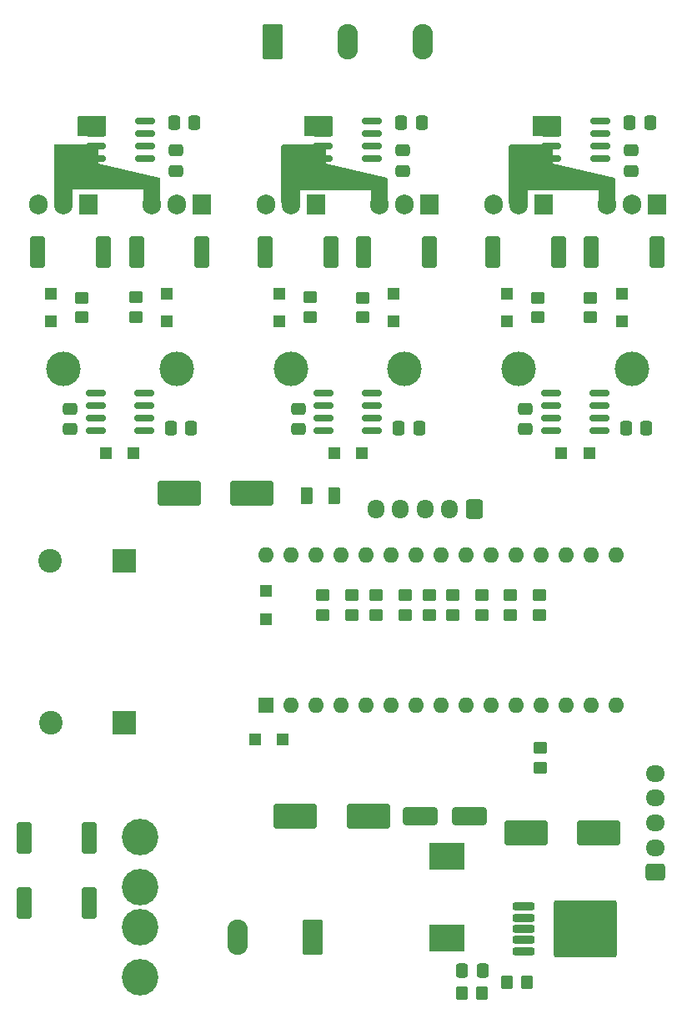
<source format=gbr>
%TF.GenerationSoftware,KiCad,Pcbnew,9.0.0*%
%TF.CreationDate,2025-04-14T04:31:53+03:00*%
%TF.ProjectId,Inverter,496e7665-7274-4657-922e-6b696361645f,rev?*%
%TF.SameCoordinates,Original*%
%TF.FileFunction,Soldermask,Top*%
%TF.FilePolarity,Negative*%
%FSLAX46Y46*%
G04 Gerber Fmt 4.6, Leading zero omitted, Abs format (unit mm)*
G04 Created by KiCad (PCBNEW 9.0.0) date 2025-04-14 04:31:53*
%MOMM*%
%LPD*%
G01*
G04 APERTURE LIST*
G04 Aperture macros list*
%AMRoundRect*
0 Rectangle with rounded corners*
0 $1 Rounding radius*
0 $2 $3 $4 $5 $6 $7 $8 $9 X,Y pos of 4 corners*
0 Add a 4 corners polygon primitive as box body*
4,1,4,$2,$3,$4,$5,$6,$7,$8,$9,$2,$3,0*
0 Add four circle primitives for the rounded corners*
1,1,$1+$1,$2,$3*
1,1,$1+$1,$4,$5*
1,1,$1+$1,$6,$7*
1,1,$1+$1,$8,$9*
0 Add four rect primitives between the rounded corners*
20,1,$1+$1,$2,$3,$4,$5,0*
20,1,$1+$1,$4,$5,$6,$7,0*
20,1,$1+$1,$6,$7,$8,$9,0*
20,1,$1+$1,$8,$9,$2,$3,0*%
G04 Aperture macros list end*
%ADD10RoundRect,0.250000X0.600000X0.725000X-0.600000X0.725000X-0.600000X-0.725000X0.600000X-0.725000X0*%
%ADD11O,1.700000X1.950000*%
%ADD12RoundRect,0.154000X-0.616000X1.416000X-0.616000X-1.416000X0.616000X-1.416000X0.616000X1.416000X0*%
%ADD13R,1.200000X1.200000*%
%ADD14RoundRect,0.250000X0.337500X0.475000X-0.337500X0.475000X-0.337500X-0.475000X0.337500X-0.475000X0*%
%ADD15RoundRect,0.250000X0.450000X-0.350000X0.450000X0.350000X-0.450000X0.350000X-0.450000X-0.350000X0*%
%ADD16RoundRect,0.150000X0.825000X0.150000X-0.825000X0.150000X-0.825000X-0.150000X0.825000X-0.150000X0*%
%ADD17R,2.400000X2.400000*%
%ADD18C,2.400000*%
%ADD19RoundRect,0.250000X-0.450000X0.350000X-0.450000X-0.350000X0.450000X-0.350000X0.450000X0.350000X0*%
%ADD20R,3.600000X2.700000*%
%ADD21RoundRect,0.250000X1.950000X1.000000X-1.950000X1.000000X-1.950000X-1.000000X1.950000X-1.000000X0*%
%ADD22C,3.704000*%
%ADD23R,1.600000X1.600000*%
%ADD24O,1.600000X1.600000*%
%ADD25RoundRect,0.250000X-0.337500X-0.475000X0.337500X-0.475000X0.337500X0.475000X-0.337500X0.475000X0*%
%ADD26RoundRect,0.250000X-0.475000X0.337500X-0.475000X-0.337500X0.475000X-0.337500X0.475000X0.337500X0*%
%ADD27RoundRect,0.250000X-0.350000X-0.450000X0.350000X-0.450000X0.350000X0.450000X-0.350000X0.450000X0*%
%ADD28RoundRect,0.200000X-0.900000X-0.200000X0.900000X-0.200000X0.900000X0.200000X-0.900000X0.200000X0*%
%ADD29RoundRect,0.249997X-2.950003X-2.650003X2.950003X-2.650003X2.950003X2.650003X-2.950003X2.650003X0*%
%ADD30RoundRect,0.150000X-0.825000X-0.150000X0.825000X-0.150000X0.825000X0.150000X-0.825000X0.150000X0*%
%ADD31RoundRect,0.250001X-0.799999X-1.549999X0.799999X-1.549999X0.799999X1.549999X-0.799999X1.549999X0*%
%ADD32O,2.100000X3.600000*%
%ADD33RoundRect,0.250000X1.500000X0.650000X-1.500000X0.650000X-1.500000X-0.650000X1.500000X-0.650000X0*%
%ADD34RoundRect,0.250000X-1.950000X-1.000000X1.950000X-1.000000X1.950000X1.000000X-1.950000X1.000000X0*%
%ADD35RoundRect,0.250001X0.799999X1.549999X-0.799999X1.549999X-0.799999X-1.549999X0.799999X-1.549999X0*%
%ADD36RoundRect,0.250000X0.350000X0.450000X-0.350000X0.450000X-0.350000X-0.450000X0.350000X-0.450000X0*%
%ADD37RoundRect,0.250000X0.375000X0.625000X-0.375000X0.625000X-0.375000X-0.625000X0.375000X-0.625000X0*%
%ADD38RoundRect,0.250000X0.725000X-0.600000X0.725000X0.600000X-0.725000X0.600000X-0.725000X-0.600000X0*%
%ADD39O,1.950000X1.700000*%
%ADD40C,3.500000*%
%ADD41R,1.905000X2.000000*%
%ADD42O,1.905000X2.000000*%
G04 APERTURE END LIST*
D10*
%TO.C,J4*%
X152800000Y-90950000D03*
D11*
X150300000Y-90950000D03*
X147800000Y-90950000D03*
X145300000Y-90950000D03*
X142800000Y-90950000D03*
%TD*%
D12*
%TO.C,D5*%
X113700000Y-130925000D03*
X107050000Y-130925000D03*
%TD*%
%TO.C,D4*%
X113700000Y-124350000D03*
X107050000Y-124350000D03*
%TD*%
D13*
%TO.C,D7*%
X138600000Y-85300000D03*
X141400000Y-85300000D03*
%TD*%
D14*
%TO.C,C15*%
X147187500Y-82800000D03*
X145112500Y-82800000D03*
%TD*%
D12*
%TO.C,D17*%
X148225000Y-64900000D03*
X141575000Y-64900000D03*
%TD*%
D15*
%TO.C,R1*%
X137375000Y-101725000D03*
X137375000Y-99725000D03*
%TD*%
D16*
%TO.C,U6*%
X142425000Y-83005000D03*
X142425000Y-81735000D03*
X142425000Y-80465000D03*
X142425000Y-79195000D03*
X137475000Y-79195000D03*
X137475000Y-80465000D03*
X137475000Y-81735000D03*
X137475000Y-83005000D03*
%TD*%
D15*
%TO.C,R9*%
X145775000Y-101725000D03*
X145775000Y-99725000D03*
%TD*%
D17*
%TO.C,C6*%
X117262755Y-112700000D03*
D18*
X109762755Y-112700000D03*
%TD*%
D19*
%TO.C,R12*%
X156450000Y-99725000D03*
X156450000Y-101725000D03*
%TD*%
D20*
%TO.C,L1*%
X149995000Y-134505000D03*
X149995000Y-126205000D03*
%TD*%
D21*
%TO.C,C2*%
X130200000Y-89400000D03*
X122800000Y-89400000D03*
%TD*%
D22*
%TO.C,F2*%
X118875000Y-124275000D03*
X118875000Y-129355000D03*
X118875000Y-133415000D03*
X118875000Y-138495000D03*
%TD*%
D12*
%TO.C,D18*%
X138225000Y-64900000D03*
X131575000Y-64900000D03*
%TD*%
D19*
%TO.C,R17*%
X118400000Y-69525000D03*
X118400000Y-71525000D03*
%TD*%
D13*
%TO.C,D13*%
X121550000Y-71925000D03*
X121550000Y-69125000D03*
%TD*%
D12*
%TO.C,D15*%
X171325000Y-64900000D03*
X164675000Y-64900000D03*
%TD*%
D23*
%TO.C,A1*%
X131600000Y-110860000D03*
D24*
X134140000Y-110860000D03*
X136680000Y-110860000D03*
X139220000Y-110860000D03*
X141760000Y-110860000D03*
X144300000Y-110860000D03*
X146840000Y-110860000D03*
X149380000Y-110860000D03*
X151920000Y-110860000D03*
X154460000Y-110860000D03*
X157000000Y-110860000D03*
X159540000Y-110860000D03*
X162080000Y-110860000D03*
X164620000Y-110860000D03*
X167160000Y-110860000D03*
X167160000Y-95620000D03*
X164620000Y-95620000D03*
X162080000Y-95620000D03*
X159540000Y-95620000D03*
X157000000Y-95620000D03*
X154460000Y-95620000D03*
X151920000Y-95620000D03*
X149380000Y-95620000D03*
X146840000Y-95620000D03*
X144300000Y-95620000D03*
X141760000Y-95620000D03*
X139220000Y-95620000D03*
X136680000Y-95620000D03*
X134140000Y-95620000D03*
X131600000Y-95620000D03*
%TD*%
D19*
%TO.C,R7*%
X140350000Y-99725000D03*
X140350000Y-101725000D03*
%TD*%
D13*
%TO.C,D8*%
X115400000Y-85350000D03*
X118200000Y-85350000D03*
%TD*%
D15*
%TO.C,R2*%
X159400000Y-101725000D03*
X159400000Y-99725000D03*
%TD*%
D13*
%TO.C,D2*%
X131650000Y-99325000D03*
X131650000Y-102125000D03*
%TD*%
D25*
%TO.C,C10*%
X168562500Y-51800000D03*
X170637500Y-51800000D03*
%TD*%
D13*
%TO.C,D11*%
X144550000Y-71950000D03*
X144550000Y-69150000D03*
%TD*%
D26*
%TO.C,C18*%
X111700000Y-80812500D03*
X111700000Y-82887500D03*
%TD*%
D16*
%TO.C,U7*%
X119275000Y-83055000D03*
X119275000Y-81785000D03*
X119275000Y-80515000D03*
X119275000Y-79245000D03*
X114325000Y-79245000D03*
X114325000Y-80515000D03*
X114325000Y-81785000D03*
X114325000Y-83055000D03*
%TD*%
D12*
%TO.C,D20*%
X115125000Y-64900000D03*
X108475000Y-64900000D03*
%TD*%
D27*
%TO.C,R4*%
X151560000Y-140055000D03*
X153560000Y-140055000D03*
%TD*%
D15*
%TO.C,R11*%
X159460000Y-117210000D03*
X159460000Y-115210000D03*
%TD*%
D26*
%TO.C,C7*%
X168700000Y-54612500D03*
X168700000Y-56687500D03*
%TD*%
D14*
%TO.C,C14*%
X124037500Y-82750000D03*
X121962500Y-82750000D03*
%TD*%
D26*
%TO.C,C17*%
X134900000Y-80812500D03*
X134900000Y-82887500D03*
%TD*%
D28*
%TO.C,U1*%
X157770000Y-131300000D03*
X157770000Y-132440000D03*
X157770000Y-133580000D03*
D29*
X164070000Y-133580000D03*
D28*
X157770000Y-134720000D03*
X157770000Y-135860000D03*
%TD*%
D30*
%TO.C,U2*%
X160625000Y-51595000D03*
X160625000Y-52865000D03*
X160625000Y-54135000D03*
X160625000Y-55405000D03*
X165575000Y-55405000D03*
X165575000Y-54135000D03*
X165575000Y-52865000D03*
X165575000Y-51595000D03*
%TD*%
D26*
%TO.C,C9*%
X122500000Y-54612500D03*
X122500000Y-56687500D03*
%TD*%
D25*
%TO.C,C12*%
X122312500Y-51800000D03*
X124387500Y-51800000D03*
%TD*%
D12*
%TO.C,D16*%
X161325000Y-64900000D03*
X154675000Y-64900000D03*
%TD*%
D25*
%TO.C,C11*%
X145362500Y-51800000D03*
X147437500Y-51800000D03*
%TD*%
D13*
%TO.C,D1*%
X130560000Y-114320000D03*
X133360000Y-114320000D03*
%TD*%
D26*
%TO.C,C16*%
X157950000Y-80812500D03*
X157950000Y-82887500D03*
%TD*%
D31*
%TO.C,J5*%
X132305000Y-43600000D03*
D32*
X139925000Y-43600000D03*
X147545000Y-43600000D03*
%TD*%
D15*
%TO.C,R10*%
X150625000Y-101725000D03*
X150625000Y-99725000D03*
%TD*%
%TO.C,R8*%
X142850000Y-101725000D03*
X142850000Y-99725000D03*
%TD*%
D13*
%TO.C,D6*%
X161650000Y-85300000D03*
X164450000Y-85300000D03*
%TD*%
D14*
%TO.C,C13*%
X170287500Y-82750000D03*
X168212500Y-82750000D03*
%TD*%
D19*
%TO.C,R15*%
X141500000Y-69550000D03*
X141500000Y-71550000D03*
%TD*%
D16*
%TO.C,U5*%
X165525000Y-83005000D03*
X165525000Y-81735000D03*
X165525000Y-80465000D03*
X165525000Y-79195000D03*
X160575000Y-79195000D03*
X160575000Y-80465000D03*
X160575000Y-81735000D03*
X160575000Y-83005000D03*
%TD*%
D19*
%TO.C,R13*%
X164600000Y-69550000D03*
X164600000Y-71550000D03*
%TD*%
D30*
%TO.C,U4*%
X114375000Y-51595000D03*
X114375000Y-52865000D03*
X114375000Y-54135000D03*
X114375000Y-55405000D03*
X119325000Y-55405000D03*
X119325000Y-54135000D03*
X119325000Y-52865000D03*
X119325000Y-51595000D03*
%TD*%
D19*
%TO.C,R16*%
X136125000Y-69525000D03*
X136125000Y-71525000D03*
%TD*%
D13*
%TO.C,D14*%
X109800000Y-71950000D03*
X109800000Y-69150000D03*
%TD*%
D12*
%TO.C,D19*%
X125125000Y-64900000D03*
X118475000Y-64900000D03*
%TD*%
D33*
%TO.C,D3*%
X152287500Y-122110000D03*
X147287500Y-122110000D03*
%TD*%
D19*
%TO.C,R14*%
X159275000Y-69550000D03*
X159275000Y-71550000D03*
%TD*%
D34*
%TO.C,C1*%
X158050000Y-123820000D03*
X165450000Y-123820000D03*
%TD*%
D19*
%TO.C,R6*%
X148200000Y-99725000D03*
X148200000Y-101725000D03*
%TD*%
D14*
%TO.C,C3*%
X153622500Y-137830000D03*
X151547500Y-137830000D03*
%TD*%
D26*
%TO.C,C8*%
X145500000Y-54612500D03*
X145500000Y-56687500D03*
%TD*%
D19*
%TO.C,R5*%
X153600000Y-99725000D03*
X153600000Y-101725000D03*
%TD*%
D30*
%TO.C,U3*%
X137425000Y-51595000D03*
X137425000Y-52865000D03*
X137425000Y-54135000D03*
X137425000Y-55405000D03*
X142375000Y-55405000D03*
X142375000Y-54135000D03*
X142375000Y-52865000D03*
X142375000Y-51595000D03*
%TD*%
D13*
%TO.C,D9*%
X167750000Y-71950000D03*
X167750000Y-69150000D03*
%TD*%
%TO.C,D10*%
X156125000Y-71950000D03*
X156125000Y-69150000D03*
%TD*%
D35*
%TO.C,J1*%
X136395000Y-134425000D03*
D32*
X128775000Y-134425000D03*
%TD*%
D13*
%TO.C,D12*%
X133025000Y-71925000D03*
X133025000Y-69125000D03*
%TD*%
D21*
%TO.C,C4*%
X142025000Y-122125000D03*
X134625000Y-122125000D03*
%TD*%
D36*
%TO.C,R3*%
X158135000Y-139030000D03*
X156135000Y-139030000D03*
%TD*%
D17*
%TO.C,C5*%
X117212755Y-96200000D03*
D18*
X109712755Y-96200000D03*
%TD*%
D19*
%TO.C,R18*%
X112950000Y-69550000D03*
X112950000Y-71550000D03*
%TD*%
D37*
%TO.C,F1*%
X138600000Y-89675000D03*
X135800000Y-89675000D03*
%TD*%
D38*
%TO.C,J3*%
X171200000Y-127825000D03*
D39*
X171200000Y-125325000D03*
X171200000Y-122825000D03*
X171200000Y-120325000D03*
X171200000Y-117825000D03*
%TD*%
D40*
%TO.C,Q1*%
X168800000Y-76730000D03*
D41*
X171340000Y-60070000D03*
D42*
X168800000Y-60070000D03*
X166260000Y-60070000D03*
%TD*%
D40*
%TO.C,Q5*%
X122600000Y-76730000D03*
D41*
X125140000Y-60070000D03*
D42*
X122600000Y-60070000D03*
X120060000Y-60070000D03*
%TD*%
D40*
%TO.C,Q3*%
X145700000Y-76730000D03*
D41*
X148240000Y-60070000D03*
D42*
X145700000Y-60070000D03*
X143160000Y-60070000D03*
%TD*%
D40*
%TO.C,Q4*%
X134150000Y-76730000D03*
D41*
X136690000Y-60070000D03*
D42*
X134150000Y-60070000D03*
X131610000Y-60070000D03*
%TD*%
D40*
%TO.C,Q2*%
X157250000Y-76730000D03*
D41*
X159790000Y-60070000D03*
D42*
X157250000Y-60070000D03*
X154710000Y-60070000D03*
%TD*%
D40*
%TO.C,Q6*%
X111050000Y-76730000D03*
D41*
X113590000Y-60070000D03*
D42*
X111050000Y-60070000D03*
X108510000Y-60070000D03*
%TD*%
G36*
X138343039Y-51144685D02*
G01*
X138388794Y-51197489D01*
X138400000Y-51249000D01*
X138400000Y-53001000D01*
X138380315Y-53068039D01*
X138327511Y-53113794D01*
X138276000Y-53125000D01*
X135624000Y-53125000D01*
X135556961Y-53105315D01*
X135511206Y-53052511D01*
X135500000Y-53001000D01*
X135500000Y-51249000D01*
X135519685Y-51181961D01*
X135572489Y-51136206D01*
X135624000Y-51125000D01*
X138276000Y-51125000D01*
X138343039Y-51144685D01*
G37*
G36*
X115343039Y-51144685D02*
G01*
X115388794Y-51197489D01*
X115400000Y-51249000D01*
X115400000Y-53001000D01*
X115380315Y-53068039D01*
X115327511Y-53113794D01*
X115276000Y-53125000D01*
X112624000Y-53125000D01*
X112556961Y-53105315D01*
X112511206Y-53052511D01*
X112500000Y-53001000D01*
X112500000Y-51249000D01*
X112519685Y-51181961D01*
X112572489Y-51136206D01*
X112624000Y-51125000D01*
X115276000Y-51125000D01*
X115343039Y-51144685D01*
G37*
G36*
X161543039Y-51144685D02*
G01*
X161588794Y-51197489D01*
X161600000Y-51249000D01*
X161600000Y-53001000D01*
X161580315Y-53068039D01*
X161527511Y-53113794D01*
X161476000Y-53125000D01*
X158824000Y-53125000D01*
X158756961Y-53105315D01*
X158711206Y-53052511D01*
X158700000Y-53001000D01*
X158700000Y-51249000D01*
X158719685Y-51181961D01*
X158772489Y-51136206D01*
X158824000Y-51125000D01*
X161476000Y-51125000D01*
X161543039Y-51144685D01*
G37*
G36*
X160743039Y-54044685D02*
G01*
X160788794Y-54097489D01*
X160800000Y-54149000D01*
X160800000Y-55924999D01*
X167004721Y-57402314D01*
X167065378Y-57436991D01*
X167097658Y-57498957D01*
X167100000Y-57522942D01*
X167100000Y-59901000D01*
X167080315Y-59968039D01*
X167027511Y-60013794D01*
X166976000Y-60025000D01*
X165524000Y-60025000D01*
X165456961Y-60005315D01*
X165411206Y-59952511D01*
X165400000Y-59901000D01*
X165400000Y-58625000D01*
X158200000Y-58625000D01*
X158200000Y-59901000D01*
X158180315Y-59968039D01*
X158127511Y-60013794D01*
X158076000Y-60025000D01*
X156424000Y-60025000D01*
X156356961Y-60005315D01*
X156311206Y-59952511D01*
X156300000Y-59901000D01*
X156300000Y-54149000D01*
X156319685Y-54081961D01*
X156372489Y-54036206D01*
X156424000Y-54025000D01*
X160676000Y-54025000D01*
X160743039Y-54044685D01*
G37*
G36*
X114543039Y-54019685D02*
G01*
X114588794Y-54072489D01*
X114600000Y-54124000D01*
X114600000Y-55899999D01*
X120804721Y-57377314D01*
X120865378Y-57411991D01*
X120897658Y-57473957D01*
X120900000Y-57497942D01*
X120900000Y-59876000D01*
X120880315Y-59943039D01*
X120827511Y-59988794D01*
X120776000Y-60000000D01*
X119324000Y-60000000D01*
X119256961Y-59980315D01*
X119211206Y-59927511D01*
X119200000Y-59876000D01*
X119200000Y-58600000D01*
X112000000Y-58600000D01*
X112000000Y-59876000D01*
X111980315Y-59943039D01*
X111927511Y-59988794D01*
X111876000Y-60000000D01*
X110224000Y-60000000D01*
X110156961Y-59980315D01*
X110111206Y-59927511D01*
X110100000Y-59876000D01*
X110100000Y-54124000D01*
X110119685Y-54056961D01*
X110172489Y-54011206D01*
X110224000Y-54000000D01*
X114476000Y-54000000D01*
X114543039Y-54019685D01*
G37*
G36*
X137643039Y-54044685D02*
G01*
X137688794Y-54097489D01*
X137700000Y-54149000D01*
X137700000Y-55924999D01*
X143904721Y-57402314D01*
X143965378Y-57436991D01*
X143997658Y-57498957D01*
X144000000Y-57522942D01*
X144000000Y-59901000D01*
X143980315Y-59968039D01*
X143927511Y-60013794D01*
X143876000Y-60025000D01*
X142424000Y-60025000D01*
X142356961Y-60005315D01*
X142311206Y-59952511D01*
X142300000Y-59901000D01*
X142300000Y-58625000D01*
X135100000Y-58625000D01*
X135100000Y-59901000D01*
X135080315Y-59968039D01*
X135027511Y-60013794D01*
X134976000Y-60025000D01*
X133324000Y-60025000D01*
X133256961Y-60005315D01*
X133211206Y-59952511D01*
X133200000Y-59901000D01*
X133200000Y-54149000D01*
X133219685Y-54081961D01*
X133272489Y-54036206D01*
X133324000Y-54025000D01*
X137576000Y-54025000D01*
X137643039Y-54044685D01*
G37*
M02*

</source>
